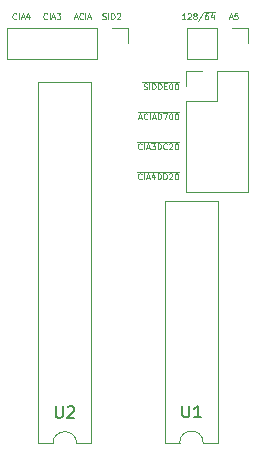
<source format=gto>
G04 #@! TF.GenerationSoftware,KiCad,Pcbnew,(6.0.5)*
G04 #@! TF.CreationDate,2023-11-13T21:58:41+01:00*
G04 #@! TF.ProjectId,c128-u3-gal,63313238-2d75-4332-9d67-616c2e6b6963,1*
G04 #@! TF.SameCoordinates,Original*
G04 #@! TF.FileFunction,Legend,Top*
G04 #@! TF.FilePolarity,Positive*
%FSLAX46Y46*%
G04 Gerber Fmt 4.6, Leading zero omitted, Abs format (unit mm)*
G04 Created by KiCad (PCBNEW (6.0.5)) date 2023-11-13 21:58:41*
%MOMM*%
%LPD*%
G01*
G04 APERTURE LIST*
%ADD10C,0.100000*%
%ADD11C,0.150000*%
%ADD12C,0.120000*%
%ADD13R,1.700000X1.700000*%
%ADD14O,1.700000X1.700000*%
%ADD15R,2.400000X1.600000*%
%ADD16O,2.400000X1.600000*%
G04 APERTURE END LIST*
D10*
X145254904Y-68275971D02*
X145231095Y-68299780D01*
X145159666Y-68323590D01*
X145112047Y-68323590D01*
X145040619Y-68299780D01*
X144993000Y-68252161D01*
X144969190Y-68204542D01*
X144945380Y-68109304D01*
X144945380Y-68037876D01*
X144969190Y-67942638D01*
X144993000Y-67895019D01*
X145040619Y-67847400D01*
X145112047Y-67823590D01*
X145159666Y-67823590D01*
X145231095Y-67847400D01*
X145254904Y-67871209D01*
X145469190Y-68323590D02*
X145469190Y-67823590D01*
X145683476Y-68180733D02*
X145921571Y-68180733D01*
X145635857Y-68323590D02*
X145802523Y-67823590D01*
X145969190Y-68323590D01*
X146088238Y-67823590D02*
X146397761Y-67823590D01*
X146231095Y-68014066D01*
X146302523Y-68014066D01*
X146350142Y-68037876D01*
X146373952Y-68061685D01*
X146397761Y-68109304D01*
X146397761Y-68228352D01*
X146373952Y-68275971D01*
X146350142Y-68299780D01*
X146302523Y-68323590D01*
X146159666Y-68323590D01*
X146112047Y-68299780D01*
X146088238Y-68275971D01*
X152854561Y-78706000D02*
X153354561Y-78706000D01*
X153259323Y-79299571D02*
X153235514Y-79323380D01*
X153164085Y-79347190D01*
X153116466Y-79347190D01*
X153045038Y-79323380D01*
X152997419Y-79275761D01*
X152973609Y-79228142D01*
X152949800Y-79132904D01*
X152949800Y-79061476D01*
X152973609Y-78966238D01*
X152997419Y-78918619D01*
X153045038Y-78871000D01*
X153116466Y-78847190D01*
X153164085Y-78847190D01*
X153235514Y-78871000D01*
X153259323Y-78894809D01*
X153354561Y-78706000D02*
X153592657Y-78706000D01*
X153473609Y-79347190D02*
X153473609Y-78847190D01*
X153592657Y-78706000D02*
X154021228Y-78706000D01*
X153687895Y-79204333D02*
X153925990Y-79204333D01*
X153640276Y-79347190D02*
X153806942Y-78847190D01*
X153973609Y-79347190D01*
X154021228Y-78706000D02*
X154497419Y-78706000D01*
X154092657Y-78847190D02*
X154402180Y-78847190D01*
X154235514Y-79037666D01*
X154306942Y-79037666D01*
X154354561Y-79061476D01*
X154378371Y-79085285D01*
X154402180Y-79132904D01*
X154402180Y-79251952D01*
X154378371Y-79299571D01*
X154354561Y-79323380D01*
X154306942Y-79347190D01*
X154164085Y-79347190D01*
X154116466Y-79323380D01*
X154092657Y-79299571D01*
X154497419Y-78706000D02*
X154997419Y-78706000D01*
X154616466Y-79347190D02*
X154616466Y-78847190D01*
X154735514Y-78847190D01*
X154806942Y-78871000D01*
X154854561Y-78918619D01*
X154878371Y-78966238D01*
X154902180Y-79061476D01*
X154902180Y-79132904D01*
X154878371Y-79228142D01*
X154854561Y-79275761D01*
X154806942Y-79323380D01*
X154735514Y-79347190D01*
X154616466Y-79347190D01*
X154997419Y-78706000D02*
X155497419Y-78706000D01*
X155402180Y-79299571D02*
X155378371Y-79323380D01*
X155306942Y-79347190D01*
X155259323Y-79347190D01*
X155187895Y-79323380D01*
X155140276Y-79275761D01*
X155116466Y-79228142D01*
X155092657Y-79132904D01*
X155092657Y-79061476D01*
X155116466Y-78966238D01*
X155140276Y-78918619D01*
X155187895Y-78871000D01*
X155259323Y-78847190D01*
X155306942Y-78847190D01*
X155378371Y-78871000D01*
X155402180Y-78894809D01*
X155497419Y-78706000D02*
X155973609Y-78706000D01*
X155592657Y-78894809D02*
X155616466Y-78871000D01*
X155664085Y-78847190D01*
X155783133Y-78847190D01*
X155830752Y-78871000D01*
X155854561Y-78894809D01*
X155878371Y-78942428D01*
X155878371Y-78990047D01*
X155854561Y-79061476D01*
X155568847Y-79347190D01*
X155878371Y-79347190D01*
X155973609Y-78706000D02*
X156449800Y-78706000D01*
X156187895Y-78847190D02*
X156235514Y-78847190D01*
X156283133Y-78871000D01*
X156306942Y-78894809D01*
X156330752Y-78942428D01*
X156354561Y-79037666D01*
X156354561Y-79156714D01*
X156330752Y-79251952D01*
X156306942Y-79299571D01*
X156283133Y-79323380D01*
X156235514Y-79347190D01*
X156187895Y-79347190D01*
X156140276Y-79323380D01*
X156116466Y-79299571D01*
X156092657Y-79251952D01*
X156068847Y-79156714D01*
X156068847Y-79037666D01*
X156092657Y-78942428D01*
X156116466Y-78894809D01*
X156140276Y-78871000D01*
X156187895Y-78847190D01*
X152925990Y-76166000D02*
X153354561Y-76166000D01*
X153021228Y-76664333D02*
X153259323Y-76664333D01*
X152973609Y-76807190D02*
X153140276Y-76307190D01*
X153306942Y-76807190D01*
X153354561Y-76166000D02*
X153854561Y-76166000D01*
X153759323Y-76759571D02*
X153735514Y-76783380D01*
X153664085Y-76807190D01*
X153616466Y-76807190D01*
X153545038Y-76783380D01*
X153497419Y-76735761D01*
X153473609Y-76688142D01*
X153449800Y-76592904D01*
X153449800Y-76521476D01*
X153473609Y-76426238D01*
X153497419Y-76378619D01*
X153545038Y-76331000D01*
X153616466Y-76307190D01*
X153664085Y-76307190D01*
X153735514Y-76331000D01*
X153759323Y-76354809D01*
X153854561Y-76166000D02*
X154092657Y-76166000D01*
X153973609Y-76807190D02*
X153973609Y-76307190D01*
X154092657Y-76166000D02*
X154521228Y-76166000D01*
X154187895Y-76664333D02*
X154425990Y-76664333D01*
X154140276Y-76807190D02*
X154306942Y-76307190D01*
X154473609Y-76807190D01*
X154521228Y-76166000D02*
X155021228Y-76166000D01*
X154640276Y-76807190D02*
X154640276Y-76307190D01*
X154759323Y-76307190D01*
X154830752Y-76331000D01*
X154878371Y-76378619D01*
X154902180Y-76426238D01*
X154925990Y-76521476D01*
X154925990Y-76592904D01*
X154902180Y-76688142D01*
X154878371Y-76735761D01*
X154830752Y-76783380D01*
X154759323Y-76807190D01*
X154640276Y-76807190D01*
X155021228Y-76166000D02*
X155497419Y-76166000D01*
X155092657Y-76307190D02*
X155425990Y-76307190D01*
X155211704Y-76807190D01*
X155497419Y-76166000D02*
X155973609Y-76166000D01*
X155711704Y-76307190D02*
X155759323Y-76307190D01*
X155806942Y-76331000D01*
X155830752Y-76354809D01*
X155854561Y-76402428D01*
X155878371Y-76497666D01*
X155878371Y-76616714D01*
X155854561Y-76711952D01*
X155830752Y-76759571D01*
X155806942Y-76783380D01*
X155759323Y-76807190D01*
X155711704Y-76807190D01*
X155664085Y-76783380D01*
X155640276Y-76759571D01*
X155616466Y-76711952D01*
X155592657Y-76616714D01*
X155592657Y-76497666D01*
X155616466Y-76402428D01*
X155640276Y-76354809D01*
X155664085Y-76331000D01*
X155711704Y-76307190D01*
X155973609Y-76166000D02*
X156449800Y-76166000D01*
X156187895Y-76307190D02*
X156235514Y-76307190D01*
X156283133Y-76331000D01*
X156306942Y-76354809D01*
X156330752Y-76402428D01*
X156354561Y-76497666D01*
X156354561Y-76616714D01*
X156330752Y-76711952D01*
X156306942Y-76759571D01*
X156283133Y-76783380D01*
X156235514Y-76807190D01*
X156187895Y-76807190D01*
X156140276Y-76783380D01*
X156116466Y-76759571D01*
X156092657Y-76711952D01*
X156068847Y-76616714D01*
X156068847Y-76497666D01*
X156092657Y-76402428D01*
X156116466Y-76354809D01*
X156140276Y-76331000D01*
X156187895Y-76307190D01*
X142638704Y-68275971D02*
X142614895Y-68299780D01*
X142543466Y-68323590D01*
X142495847Y-68323590D01*
X142424419Y-68299780D01*
X142376800Y-68252161D01*
X142352990Y-68204542D01*
X142329180Y-68109304D01*
X142329180Y-68037876D01*
X142352990Y-67942638D01*
X142376800Y-67895019D01*
X142424419Y-67847400D01*
X142495847Y-67823590D01*
X142543466Y-67823590D01*
X142614895Y-67847400D01*
X142638704Y-67871209D01*
X142852990Y-68323590D02*
X142852990Y-67823590D01*
X143067276Y-68180733D02*
X143305371Y-68180733D01*
X143019657Y-68323590D02*
X143186323Y-67823590D01*
X143352990Y-68323590D01*
X143733942Y-67990257D02*
X143733942Y-68323590D01*
X143614895Y-67799780D02*
X143495847Y-68156923D01*
X143805371Y-68156923D01*
X152854561Y-81246000D02*
X153354561Y-81246000D01*
X153259323Y-81839571D02*
X153235514Y-81863380D01*
X153164085Y-81887190D01*
X153116466Y-81887190D01*
X153045038Y-81863380D01*
X152997419Y-81815761D01*
X152973609Y-81768142D01*
X152949800Y-81672904D01*
X152949800Y-81601476D01*
X152973609Y-81506238D01*
X152997419Y-81458619D01*
X153045038Y-81411000D01*
X153116466Y-81387190D01*
X153164085Y-81387190D01*
X153235514Y-81411000D01*
X153259323Y-81434809D01*
X153354561Y-81246000D02*
X153592657Y-81246000D01*
X153473609Y-81887190D02*
X153473609Y-81387190D01*
X153592657Y-81246000D02*
X154021228Y-81246000D01*
X153687895Y-81744333D02*
X153925990Y-81744333D01*
X153640276Y-81887190D02*
X153806942Y-81387190D01*
X153973609Y-81887190D01*
X154021228Y-81246000D02*
X154497419Y-81246000D01*
X154354561Y-81553857D02*
X154354561Y-81887190D01*
X154235514Y-81363380D02*
X154116466Y-81720523D01*
X154425990Y-81720523D01*
X154497419Y-81246000D02*
X154997419Y-81246000D01*
X154616466Y-81887190D02*
X154616466Y-81387190D01*
X154735514Y-81387190D01*
X154806942Y-81411000D01*
X154854561Y-81458619D01*
X154878371Y-81506238D01*
X154902180Y-81601476D01*
X154902180Y-81672904D01*
X154878371Y-81768142D01*
X154854561Y-81815761D01*
X154806942Y-81863380D01*
X154735514Y-81887190D01*
X154616466Y-81887190D01*
X154997419Y-81246000D02*
X155497419Y-81246000D01*
X155116466Y-81887190D02*
X155116466Y-81387190D01*
X155235514Y-81387190D01*
X155306942Y-81411000D01*
X155354561Y-81458619D01*
X155378371Y-81506238D01*
X155402180Y-81601476D01*
X155402180Y-81672904D01*
X155378371Y-81768142D01*
X155354561Y-81815761D01*
X155306942Y-81863380D01*
X155235514Y-81887190D01*
X155116466Y-81887190D01*
X155497419Y-81246000D02*
X155973609Y-81246000D01*
X155592657Y-81434809D02*
X155616466Y-81411000D01*
X155664085Y-81387190D01*
X155783133Y-81387190D01*
X155830752Y-81411000D01*
X155854561Y-81434809D01*
X155878371Y-81482428D01*
X155878371Y-81530047D01*
X155854561Y-81601476D01*
X155568847Y-81887190D01*
X155878371Y-81887190D01*
X155973609Y-81246000D02*
X156449800Y-81246000D01*
X156187895Y-81387190D02*
X156235514Y-81387190D01*
X156283133Y-81411000D01*
X156306942Y-81434809D01*
X156330752Y-81482428D01*
X156354561Y-81577666D01*
X156354561Y-81696714D01*
X156330752Y-81791952D01*
X156306942Y-81839571D01*
X156283133Y-81863380D01*
X156235514Y-81887190D01*
X156187895Y-81887190D01*
X156140276Y-81863380D01*
X156116466Y-81839571D01*
X156092657Y-81791952D01*
X156068847Y-81696714D01*
X156068847Y-81577666D01*
X156092657Y-81482428D01*
X156116466Y-81434809D01*
X156140276Y-81411000D01*
X156187895Y-81387190D01*
X149952361Y-68299780D02*
X150023790Y-68323590D01*
X150142838Y-68323590D01*
X150190457Y-68299780D01*
X150214266Y-68275971D01*
X150238076Y-68228352D01*
X150238076Y-68180733D01*
X150214266Y-68133114D01*
X150190457Y-68109304D01*
X150142838Y-68085495D01*
X150047600Y-68061685D01*
X149999980Y-68037876D01*
X149976171Y-68014066D01*
X149952361Y-67966447D01*
X149952361Y-67918828D01*
X149976171Y-67871209D01*
X149999980Y-67847400D01*
X150047600Y-67823590D01*
X150166647Y-67823590D01*
X150238076Y-67847400D01*
X150452361Y-68323590D02*
X150452361Y-67823590D01*
X150690457Y-68323590D02*
X150690457Y-67823590D01*
X150809504Y-67823590D01*
X150880933Y-67847400D01*
X150928552Y-67895019D01*
X150952361Y-67942638D01*
X150976171Y-68037876D01*
X150976171Y-68109304D01*
X150952361Y-68204542D01*
X150928552Y-68252161D01*
X150880933Y-68299780D01*
X150809504Y-68323590D01*
X150690457Y-68323590D01*
X151166647Y-67871209D02*
X151190457Y-67847400D01*
X151238076Y-67823590D01*
X151357123Y-67823590D01*
X151404742Y-67847400D01*
X151428552Y-67871209D01*
X151452361Y-67918828D01*
X151452361Y-67966447D01*
X151428552Y-68037876D01*
X151142838Y-68323590D01*
X151452361Y-68323590D01*
X153330752Y-73626000D02*
X153806942Y-73626000D01*
X153425990Y-74243380D02*
X153497419Y-74267190D01*
X153616466Y-74267190D01*
X153664085Y-74243380D01*
X153687895Y-74219571D01*
X153711704Y-74171952D01*
X153711704Y-74124333D01*
X153687895Y-74076714D01*
X153664085Y-74052904D01*
X153616466Y-74029095D01*
X153521228Y-74005285D01*
X153473609Y-73981476D01*
X153449800Y-73957666D01*
X153425990Y-73910047D01*
X153425990Y-73862428D01*
X153449800Y-73814809D01*
X153473609Y-73791000D01*
X153521228Y-73767190D01*
X153640276Y-73767190D01*
X153711704Y-73791000D01*
X153806942Y-73626000D02*
X154045038Y-73626000D01*
X153925990Y-74267190D02*
X153925990Y-73767190D01*
X154045038Y-73626000D02*
X154545038Y-73626000D01*
X154164085Y-74267190D02*
X154164085Y-73767190D01*
X154283133Y-73767190D01*
X154354561Y-73791000D01*
X154402180Y-73838619D01*
X154425990Y-73886238D01*
X154449800Y-73981476D01*
X154449800Y-74052904D01*
X154425990Y-74148142D01*
X154402180Y-74195761D01*
X154354561Y-74243380D01*
X154283133Y-74267190D01*
X154164085Y-74267190D01*
X154545038Y-73626000D02*
X155045038Y-73626000D01*
X154664085Y-74267190D02*
X154664085Y-73767190D01*
X154783133Y-73767190D01*
X154854561Y-73791000D01*
X154902180Y-73838619D01*
X154925990Y-73886238D01*
X154949800Y-73981476D01*
X154949800Y-74052904D01*
X154925990Y-74148142D01*
X154902180Y-74195761D01*
X154854561Y-74243380D01*
X154783133Y-74267190D01*
X154664085Y-74267190D01*
X155045038Y-73626000D02*
X155497419Y-73626000D01*
X155164085Y-74005285D02*
X155330752Y-74005285D01*
X155402180Y-74267190D02*
X155164085Y-74267190D01*
X155164085Y-73767190D01*
X155402180Y-73767190D01*
X155497419Y-73626000D02*
X155973609Y-73626000D01*
X155711704Y-73767190D02*
X155759323Y-73767190D01*
X155806942Y-73791000D01*
X155830752Y-73814809D01*
X155854561Y-73862428D01*
X155878371Y-73957666D01*
X155878371Y-74076714D01*
X155854561Y-74171952D01*
X155830752Y-74219571D01*
X155806942Y-74243380D01*
X155759323Y-74267190D01*
X155711704Y-74267190D01*
X155664085Y-74243380D01*
X155640276Y-74219571D01*
X155616466Y-74171952D01*
X155592657Y-74076714D01*
X155592657Y-73957666D01*
X155616466Y-73862428D01*
X155640276Y-73814809D01*
X155664085Y-73791000D01*
X155711704Y-73767190D01*
X155973609Y-73626000D02*
X156449800Y-73626000D01*
X156187895Y-73767190D02*
X156235514Y-73767190D01*
X156283133Y-73791000D01*
X156306942Y-73814809D01*
X156330752Y-73862428D01*
X156354561Y-73957666D01*
X156354561Y-74076714D01*
X156330752Y-74171952D01*
X156306942Y-74219571D01*
X156283133Y-74243380D01*
X156235514Y-74267190D01*
X156187895Y-74267190D01*
X156140276Y-74243380D01*
X156116466Y-74219571D01*
X156092657Y-74171952D01*
X156068847Y-74076714D01*
X156068847Y-73957666D01*
X156092657Y-73862428D01*
X156116466Y-73814809D01*
X156140276Y-73791000D01*
X156187895Y-73767190D01*
X147558400Y-68180733D02*
X147796495Y-68180733D01*
X147510780Y-68323590D02*
X147677447Y-67823590D01*
X147844114Y-68323590D01*
X148296495Y-68275971D02*
X148272685Y-68299780D01*
X148201257Y-68323590D01*
X148153638Y-68323590D01*
X148082209Y-68299780D01*
X148034590Y-68252161D01*
X148010780Y-68204542D01*
X147986971Y-68109304D01*
X147986971Y-68037876D01*
X148010780Y-67942638D01*
X148034590Y-67895019D01*
X148082209Y-67847400D01*
X148153638Y-67823590D01*
X148201257Y-67823590D01*
X148272685Y-67847400D01*
X148296495Y-67871209D01*
X148510780Y-68323590D02*
X148510780Y-67823590D01*
X148725066Y-68180733D02*
X148963161Y-68180733D01*
X148677447Y-68323590D02*
X148844114Y-67823590D01*
X149010780Y-68323590D01*
X156973990Y-68323590D02*
X156688276Y-68323590D01*
X156831133Y-68323590D02*
X156831133Y-67823590D01*
X156783514Y-67895019D01*
X156735895Y-67942638D01*
X156688276Y-67966447D01*
X157164466Y-67871209D02*
X157188276Y-67847400D01*
X157235895Y-67823590D01*
X157354942Y-67823590D01*
X157402561Y-67847400D01*
X157426371Y-67871209D01*
X157450180Y-67918828D01*
X157450180Y-67966447D01*
X157426371Y-68037876D01*
X157140657Y-68323590D01*
X157450180Y-68323590D01*
X157735895Y-68037876D02*
X157688276Y-68014066D01*
X157664466Y-67990257D01*
X157640657Y-67942638D01*
X157640657Y-67918828D01*
X157664466Y-67871209D01*
X157688276Y-67847400D01*
X157735895Y-67823590D01*
X157831133Y-67823590D01*
X157878752Y-67847400D01*
X157902561Y-67871209D01*
X157926371Y-67918828D01*
X157926371Y-67942638D01*
X157902561Y-67990257D01*
X157878752Y-68014066D01*
X157831133Y-68037876D01*
X157735895Y-68037876D01*
X157688276Y-68061685D01*
X157664466Y-68085495D01*
X157640657Y-68133114D01*
X157640657Y-68228352D01*
X157664466Y-68275971D01*
X157688276Y-68299780D01*
X157735895Y-68323590D01*
X157831133Y-68323590D01*
X157878752Y-68299780D01*
X157902561Y-68275971D01*
X157926371Y-68228352D01*
X157926371Y-68133114D01*
X157902561Y-68085495D01*
X157878752Y-68061685D01*
X157831133Y-68037876D01*
X158497800Y-67799780D02*
X158069228Y-68442638D01*
X158545419Y-67682400D02*
X159021609Y-67682400D01*
X158878752Y-67823590D02*
X158783514Y-67823590D01*
X158735895Y-67847400D01*
X158712085Y-67871209D01*
X158664466Y-67942638D01*
X158640657Y-68037876D01*
X158640657Y-68228352D01*
X158664466Y-68275971D01*
X158688276Y-68299780D01*
X158735895Y-68323590D01*
X158831133Y-68323590D01*
X158878752Y-68299780D01*
X158902561Y-68275971D01*
X158926371Y-68228352D01*
X158926371Y-68109304D01*
X158902561Y-68061685D01*
X158878752Y-68037876D01*
X158831133Y-68014066D01*
X158735895Y-68014066D01*
X158688276Y-68037876D01*
X158664466Y-68061685D01*
X158640657Y-68109304D01*
X159021609Y-67682400D02*
X159497800Y-67682400D01*
X159354942Y-67990257D02*
X159354942Y-68323590D01*
X159235895Y-67799780D02*
X159116847Y-68156923D01*
X159426371Y-68156923D01*
X160688238Y-68180733D02*
X160926333Y-68180733D01*
X160640619Y-68323590D02*
X160807285Y-67823590D01*
X160973952Y-68323590D01*
X161378714Y-67823590D02*
X161140619Y-67823590D01*
X161116809Y-68061685D01*
X161140619Y-68037876D01*
X161188238Y-68014066D01*
X161307285Y-68014066D01*
X161354904Y-68037876D01*
X161378714Y-68061685D01*
X161402523Y-68109304D01*
X161402523Y-68228352D01*
X161378714Y-68275971D01*
X161354904Y-68299780D01*
X161307285Y-68323590D01*
X161188238Y-68323590D01*
X161140619Y-68299780D01*
X161116809Y-68275971D01*
D11*
X156718095Y-101052380D02*
X156718095Y-101861904D01*
X156765714Y-101957142D01*
X156813333Y-102004761D01*
X156908571Y-102052380D01*
X157099047Y-102052380D01*
X157194285Y-102004761D01*
X157241904Y-101957142D01*
X157289523Y-101861904D01*
X157289523Y-101052380D01*
X158289523Y-102052380D02*
X157718095Y-102052380D01*
X158003809Y-102052380D02*
X158003809Y-101052380D01*
X157908571Y-101195238D01*
X157813333Y-101290476D01*
X157718095Y-101338095D01*
X145999295Y-101098180D02*
X145999295Y-101907704D01*
X146046914Y-102002942D01*
X146094533Y-102050561D01*
X146189771Y-102098180D01*
X146380247Y-102098180D01*
X146475485Y-102050561D01*
X146523104Y-102002942D01*
X146570723Y-101907704D01*
X146570723Y-101098180D01*
X146999295Y-101193419D02*
X147046914Y-101145800D01*
X147142152Y-101098180D01*
X147380247Y-101098180D01*
X147475485Y-101145800D01*
X147523104Y-101193419D01*
X147570723Y-101288657D01*
X147570723Y-101383895D01*
X147523104Y-101526752D01*
X146951676Y-102098180D01*
X147570723Y-102098180D01*
D12*
X149529800Y-71713400D02*
X141849800Y-71713400D01*
X149529800Y-69053400D02*
X141849800Y-69053400D01*
X152129800Y-69053400D02*
X152129800Y-70383400D01*
X141849800Y-69053400D02*
X141849800Y-71713400D01*
X149529800Y-69053400D02*
X149529800Y-71713400D01*
X150799800Y-69053400D02*
X152129800Y-69053400D01*
X159730000Y-83760000D02*
X155230000Y-83760000D01*
X159730000Y-104200000D02*
X159730000Y-83760000D01*
X158480000Y-104200000D02*
X159730000Y-104200000D01*
X155230000Y-104200000D02*
X156480000Y-104200000D01*
X155230000Y-83760000D02*
X155230000Y-104200000D01*
X158480000Y-104200000D02*
G75*
G03*
X156480000Y-104200000I-1000000J0D01*
G01*
X149011200Y-104250800D02*
X149011200Y-73650800D01*
X149011200Y-73650800D02*
X144511200Y-73650800D01*
X144511200Y-73650800D02*
X144511200Y-104250800D01*
X147761200Y-104250800D02*
X149011200Y-104250800D01*
X144511200Y-104250800D02*
X145761200Y-104250800D01*
X147761200Y-104250800D02*
G75*
G03*
X145761200Y-104250800I-1000000J0D01*
G01*
X162269400Y-69053400D02*
X162269400Y-70383400D01*
X159669400Y-69053400D02*
X159669400Y-71713400D01*
X159669400Y-71713400D02*
X157069400Y-71713400D01*
X160939400Y-69053400D02*
X162269400Y-69053400D01*
X159669400Y-69053400D02*
X157069400Y-69053400D01*
X157069400Y-69053400D02*
X157069400Y-71713400D01*
X157059400Y-75295600D02*
X157059400Y-82975600D01*
X157059400Y-74025600D02*
X157059400Y-72695600D01*
X157059400Y-82975600D02*
X162259400Y-82975600D01*
X162259400Y-72695600D02*
X162259400Y-82975600D01*
X159659400Y-72695600D02*
X162259400Y-72695600D01*
X157059400Y-72695600D02*
X158389400Y-72695600D01*
X157059400Y-75295600D02*
X159659400Y-75295600D01*
X159659400Y-75295600D02*
X159659400Y-72695600D01*
%LPC*%
D13*
X150799800Y-70383400D03*
D14*
X148259800Y-70383400D03*
X145719800Y-70383400D03*
X143179800Y-70383400D03*
D15*
X161290000Y-102870000D03*
D16*
X161290000Y-100330000D03*
X161290000Y-97790000D03*
X161290000Y-95250000D03*
X161290000Y-92710000D03*
X161290000Y-90170000D03*
X161290000Y-87630000D03*
X161290000Y-85090000D03*
X153670000Y-85090000D03*
X153670000Y-87630000D03*
X153670000Y-90170000D03*
X153670000Y-92710000D03*
X153670000Y-95250000D03*
X153670000Y-97790000D03*
X153670000Y-100330000D03*
X153670000Y-102870000D03*
D15*
X150571200Y-102920800D03*
D16*
X150571200Y-100380800D03*
X150571200Y-97840800D03*
X150571200Y-95300800D03*
X150571200Y-92760800D03*
X150571200Y-90220800D03*
X150571200Y-87680800D03*
X150571200Y-85140800D03*
X150571200Y-82600800D03*
X150571200Y-80060800D03*
X150571200Y-77520800D03*
X150571200Y-74980800D03*
X142951200Y-74980800D03*
X142951200Y-77520800D03*
X142951200Y-80060800D03*
X142951200Y-82600800D03*
X142951200Y-85140800D03*
X142951200Y-87680800D03*
X142951200Y-90220800D03*
X142951200Y-92760800D03*
X142951200Y-95300800D03*
X142951200Y-97840800D03*
X142951200Y-100380800D03*
X142951200Y-102920800D03*
D13*
X160939400Y-70383400D03*
D14*
X158399400Y-70383400D03*
D13*
X158389400Y-74025600D03*
D14*
X160929400Y-74025600D03*
X158389400Y-76565600D03*
X160929400Y-76565600D03*
X158389400Y-79105600D03*
X160929400Y-79105600D03*
X158389400Y-81645600D03*
X160929400Y-81645600D03*
M02*

</source>
